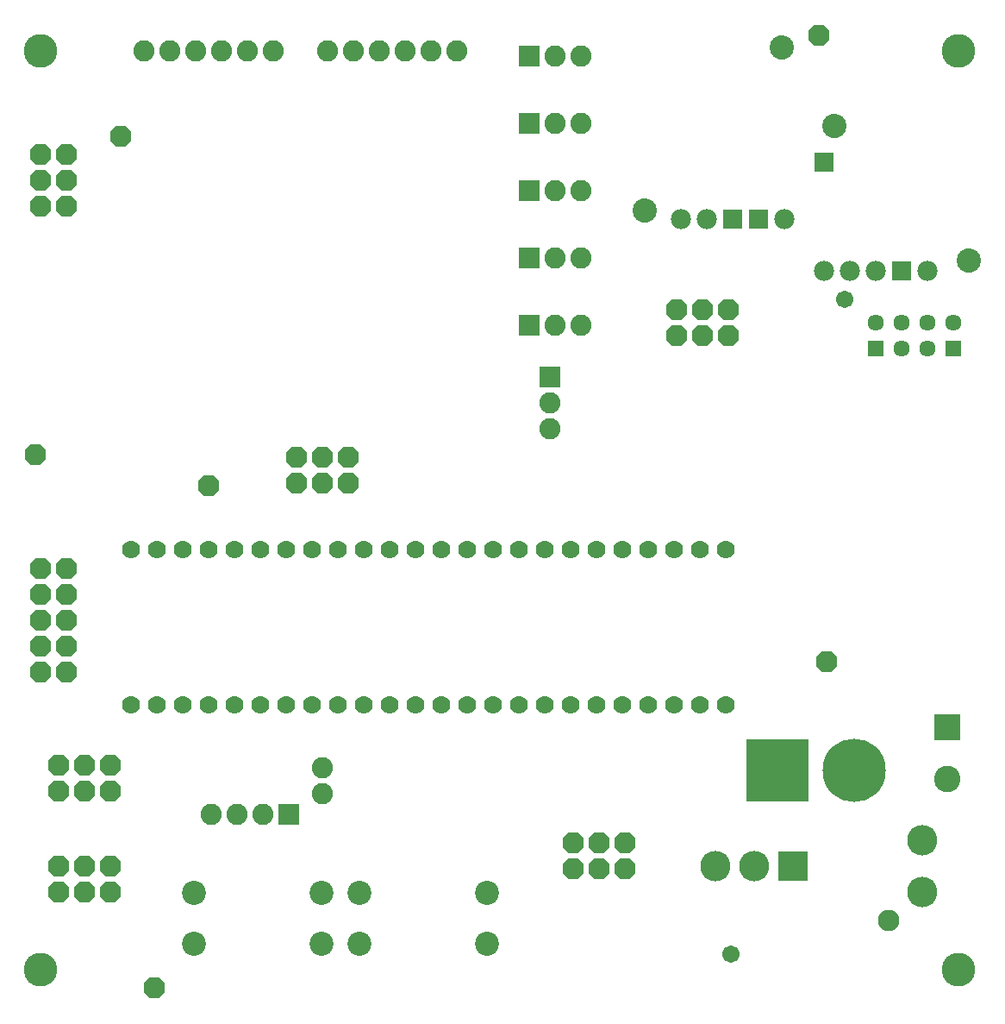
<source format=gbs>
G75*
%MOIN*%
%OFA0B0*%
%FSLAX25Y25*%
%IPPOS*%
%LPD*%
%AMOC8*
5,1,8,0,0,1.08239X$1,22.5*
%
%ADD10C,0.13005*%
%ADD11C,0.07800*%
%ADD12R,0.07800X0.07800*%
%ADD13C,0.09398*%
%ADD14OC8,0.08200*%
%ADD15C,0.08200*%
%ADD16R,0.10250X0.10250*%
%ADD17C,0.10250*%
%ADD18C,0.07000*%
%ADD19C,0.09300*%
%ADD20R,0.08200X0.08200*%
%ADD21R,0.06350X0.06350*%
%ADD22C,0.06350*%
%ADD23C,0.24422*%
%ADD24R,0.24422X0.24422*%
%ADD25R,0.11725X0.11725*%
%ADD26C,0.11725*%
%ADD27OC8,0.08300*%
%ADD28C,0.06737*%
%ADD29C,0.08300*%
D10*
X0022000Y0022000D03*
X0377000Y0022000D03*
X0377000Y0377000D03*
X0022000Y0377000D03*
D11*
X0269500Y0312000D03*
X0279500Y0312000D03*
X0309500Y0312000D03*
X0325000Y0292000D03*
X0335000Y0292000D03*
X0345000Y0292000D03*
X0365000Y0292000D03*
D12*
X0355000Y0292000D03*
X0325000Y0334000D03*
X0299500Y0312000D03*
X0289500Y0312000D03*
D13*
X0255500Y0315500D03*
X0308500Y0378500D03*
X0329000Y0348000D03*
X0381000Y0296000D03*
D14*
X0288000Y0277000D03*
X0288000Y0267000D03*
X0278000Y0267000D03*
X0268000Y0267000D03*
X0268000Y0277000D03*
X0278000Y0277000D03*
X0141000Y0220000D03*
X0141000Y0210000D03*
X0131000Y0210000D03*
X0131000Y0220000D03*
X0121000Y0220000D03*
X0121000Y0210000D03*
X0032000Y0177000D03*
X0032000Y0167000D03*
X0022000Y0167000D03*
X0022000Y0177000D03*
X0022000Y0157000D03*
X0022000Y0147000D03*
X0032000Y0147000D03*
X0032000Y0157000D03*
X0032000Y0137000D03*
X0022000Y0137000D03*
X0029000Y0101000D03*
X0029000Y0091000D03*
X0039000Y0091000D03*
X0039000Y0101000D03*
X0049000Y0101000D03*
X0049000Y0091000D03*
X0049000Y0062000D03*
X0049000Y0052000D03*
X0039000Y0052000D03*
X0039000Y0062000D03*
X0029000Y0062000D03*
X0029000Y0052000D03*
X0228000Y0061000D03*
X0238000Y0061000D03*
X0238000Y0071000D03*
X0228000Y0071000D03*
X0248000Y0071000D03*
X0248000Y0061000D03*
X0032000Y0317000D03*
X0032000Y0327000D03*
X0022000Y0327000D03*
X0022000Y0317000D03*
X0022000Y0337000D03*
X0032000Y0337000D03*
D15*
X0062000Y0377000D03*
X0072000Y0377000D03*
X0082000Y0377000D03*
X0092000Y0377000D03*
X0102000Y0377000D03*
X0112000Y0377000D03*
X0133000Y0377000D03*
X0143000Y0377000D03*
X0153000Y0377000D03*
X0163000Y0377000D03*
X0173000Y0377000D03*
X0183000Y0377000D03*
X0221000Y0375000D03*
X0231000Y0375000D03*
X0231000Y0349000D03*
X0221000Y0349000D03*
X0221000Y0323000D03*
X0231000Y0323000D03*
X0231000Y0297000D03*
X0221000Y0297000D03*
X0221000Y0271000D03*
X0231000Y0271000D03*
X0219000Y0241000D03*
X0219000Y0231000D03*
X0131000Y0100000D03*
X0131000Y0090000D03*
X0108000Y0082000D03*
X0098000Y0082000D03*
X0088000Y0082000D03*
D16*
X0372567Y0115638D03*
D17*
X0372567Y0095638D03*
D18*
X0287000Y0124500D03*
X0277000Y0124500D03*
X0267000Y0124500D03*
X0257000Y0124500D03*
X0247000Y0124500D03*
X0237000Y0124500D03*
X0227000Y0124500D03*
X0217000Y0124500D03*
X0207000Y0124500D03*
X0197000Y0124500D03*
X0187000Y0124500D03*
X0177000Y0124500D03*
X0167000Y0124500D03*
X0157000Y0124500D03*
X0147000Y0124500D03*
X0137000Y0124500D03*
X0127000Y0124500D03*
X0117000Y0124500D03*
X0107000Y0124500D03*
X0097000Y0124500D03*
X0087000Y0124500D03*
X0077000Y0124500D03*
X0067000Y0124500D03*
X0057000Y0124500D03*
X0057000Y0184500D03*
X0067000Y0184500D03*
X0077000Y0184500D03*
X0087000Y0184500D03*
X0097000Y0184500D03*
X0107000Y0184500D03*
X0117000Y0184500D03*
X0127000Y0184500D03*
X0137000Y0184500D03*
X0147000Y0184500D03*
X0157000Y0184500D03*
X0167000Y0184500D03*
X0177000Y0184500D03*
X0187000Y0184500D03*
X0197000Y0184500D03*
X0207000Y0184500D03*
X0217000Y0184500D03*
X0227000Y0184500D03*
X0237000Y0184500D03*
X0247000Y0184500D03*
X0257000Y0184500D03*
X0267000Y0184500D03*
X0277000Y0184500D03*
X0287000Y0184500D03*
D19*
X0194606Y0051843D03*
X0194606Y0032157D03*
X0145394Y0032157D03*
X0130606Y0032157D03*
X0130606Y0051843D03*
X0145394Y0051843D03*
X0081394Y0051843D03*
X0081394Y0032157D03*
D20*
X0118000Y0082000D03*
X0219000Y0251000D03*
X0211000Y0271000D03*
X0211000Y0297000D03*
X0211000Y0323000D03*
X0211000Y0349000D03*
X0211000Y0375000D03*
D21*
X0345059Y0262195D03*
X0375059Y0262195D03*
D22*
X0365059Y0262195D03*
X0365059Y0272195D03*
X0375059Y0272195D03*
X0355059Y0272195D03*
X0345059Y0272195D03*
X0355059Y0262195D03*
D23*
X0336528Y0099000D03*
D24*
X0307000Y0099000D03*
D25*
X0313000Y0062000D03*
D26*
X0298000Y0062000D03*
X0283000Y0062000D03*
X0363000Y0052000D03*
X0363000Y0072000D03*
D27*
X0326000Y0141000D03*
X0087000Y0209000D03*
X0020000Y0221000D03*
X0053000Y0344000D03*
X0323000Y0383000D03*
X0066000Y0015000D03*
D28*
X0289000Y0028000D03*
X0333000Y0281000D03*
D29*
X0350000Y0041000D03*
M02*

</source>
